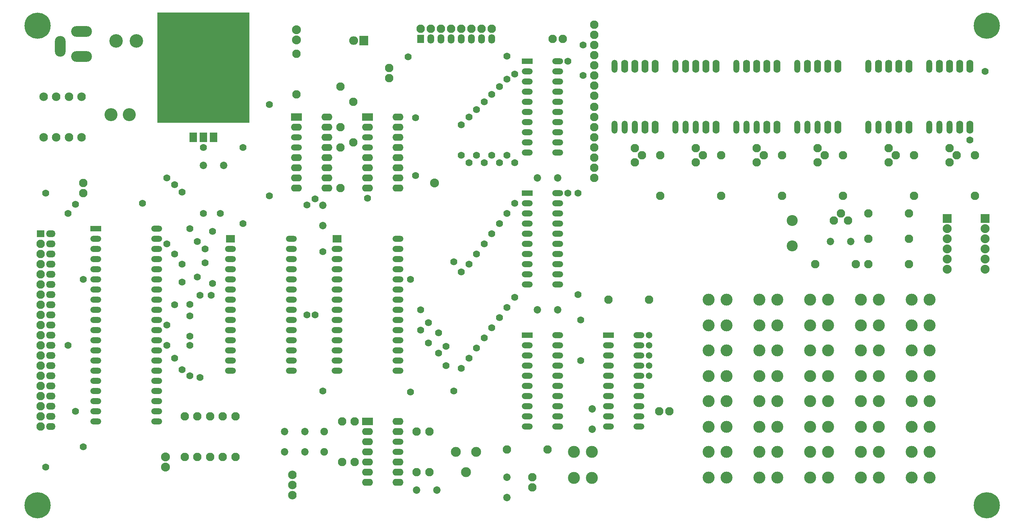
<source format=gbs>
G04 Layer_Color=16711935*
%FSLAX25Y25*%
%MOIN*%
G70*
G01*
G75*
%ADD20C,0.06500*%
%ADD57R,0.91000X1.08500*%
%ADD58O,0.20500X0.10600*%
%ADD59O,0.10600X0.20500*%
%ADD60C,0.08800*%
%ADD61R,0.08800X0.08800*%
%ADD62C,0.18516*%
%ADD63R,0.07800X0.09800*%
%ADD64C,0.07300*%
%ADD65C,0.25800*%
%ADD66C,0.08400*%
%ADD67O,0.08800X0.08400*%
%ADD68R,0.08800X0.09300*%
%ADD69C,0.09800*%
%ADD70C,0.08300*%
%ADD71C,0.12800*%
%ADD72R,0.06800X0.08300*%
%ADD73O,0.06800X0.09300*%
%ADD74R,0.10800X0.05800*%
%ADD75O,0.10800X0.05800*%
%ADD76R,0.08800X0.07300*%
%ADD77O,0.10800X0.06800*%
%ADD78R,0.10800X0.07800*%
%ADD79C,0.10800*%
%ADD80C,0.13300*%
%ADD81O,0.05800X0.12800*%
%ADD82O,0.06800X0.12800*%
%ADD83C,0.11800*%
%ADD84R,0.07800X0.06800*%
%ADD85O,0.09300X0.06800*%
%ADD86C,0.07493*%
%ADD87C,0.07000*%
%ADD88C,0.05800*%
D20*
X1231500Y570000D02*
D03*
Y530000D02*
D03*
Y540000D02*
D03*
Y550000D02*
D03*
Y560000D02*
D03*
D57*
X792500Y833750D02*
D03*
D58*
X672500Y869500D02*
D03*
Y844900D02*
D03*
D59*
X651300Y854700D02*
D03*
D60*
X1562500Y635000D02*
D03*
Y645000D02*
D03*
Y655000D02*
D03*
Y675000D02*
D03*
Y665000D02*
D03*
X1525000D02*
D03*
Y675000D02*
D03*
Y655000D02*
D03*
Y645000D02*
D03*
Y635000D02*
D03*
X755000Y440000D02*
D03*
Y450000D02*
D03*
X884000Y871000D02*
D03*
Y861000D02*
D03*
X1020000Y720000D02*
D03*
D61*
X1562500Y685000D02*
D03*
X1525000D02*
D03*
D62*
X792500Y835000D02*
D03*
D63*
X802500Y765000D02*
D03*
X792500D02*
D03*
X782500D02*
D03*
D64*
X1410000Y662500D02*
D03*
X1430000D02*
D03*
X1002500Y417500D02*
D03*
X1022500D02*
D03*
X892500Y455000D02*
D03*
X872500D02*
D03*
X892500Y475000D02*
D03*
X872500D02*
D03*
X1091500Y430000D02*
D03*
Y410000D02*
D03*
X1175500Y497500D02*
D03*
Y477500D02*
D03*
X1141500Y595000D02*
D03*
X1121500D02*
D03*
X910000Y678000D02*
D03*
Y698000D02*
D03*
X1141500Y725000D02*
D03*
X1121500D02*
D03*
X812500Y737500D02*
D03*
X792500D02*
D03*
D65*
X629000Y402500D02*
D03*
Y875000D02*
D03*
X1564000D02*
D03*
Y402500D02*
D03*
D66*
X635000Y765000D02*
D03*
Y805000D02*
D03*
X660000Y765000D02*
D03*
Y805000D02*
D03*
X647500D02*
D03*
Y765000D02*
D03*
X672500Y805000D02*
D03*
Y765000D02*
D03*
X880000Y412500D02*
D03*
Y422500D02*
D03*
Y432500D02*
D03*
D67*
X940500Y860500D02*
D03*
D68*
X950500D02*
D03*
D69*
X1061000Y455000D02*
D03*
X1041000D02*
D03*
X1051000Y435000D02*
D03*
D70*
X1177500Y795000D02*
D03*
Y785000D02*
D03*
Y775000D02*
D03*
Y725000D02*
D03*
Y735000D02*
D03*
Y745000D02*
D03*
Y755000D02*
D03*
Y765000D02*
D03*
Y876000D02*
D03*
Y866000D02*
D03*
Y856000D02*
D03*
Y806000D02*
D03*
Y816000D02*
D03*
Y826000D02*
D03*
Y836000D02*
D03*
Y846000D02*
D03*
X1191500Y605000D02*
D03*
X1231500D02*
D03*
X1076500Y872000D02*
D03*
X1066500D02*
D03*
X1056500D02*
D03*
X1046500D02*
D03*
X1036500D02*
D03*
X1026500D02*
D03*
X1016500D02*
D03*
X1006500D02*
D03*
X1395000Y640000D02*
D03*
X1435000D02*
D03*
X1447500Y690000D02*
D03*
X1487500D02*
D03*
X1015000Y435000D02*
D03*
Y475000D02*
D03*
X1002500Y435000D02*
D03*
Y475000D02*
D03*
X941500Y445000D02*
D03*
Y485000D02*
D03*
X929000Y445000D02*
D03*
Y485000D02*
D03*
X1131500Y457500D02*
D03*
X1091500D02*
D03*
X884000Y847500D02*
D03*
Y807500D02*
D03*
X1447500Y640000D02*
D03*
X1487500D02*
D03*
X674000Y720000D02*
D03*
Y710000D02*
D03*
X975500Y833500D02*
D03*
Y823500D02*
D03*
X1146500Y862000D02*
D03*
X1136500D02*
D03*
X1116500Y420000D02*
D03*
Y430000D02*
D03*
X1241500Y495000D02*
D03*
X1251500D02*
D03*
X774000Y450000D02*
D03*
Y490000D02*
D03*
X786500Y450000D02*
D03*
Y490000D02*
D03*
X799000Y450000D02*
D03*
Y490000D02*
D03*
X811500Y450000D02*
D03*
Y490000D02*
D03*
X824000Y450000D02*
D03*
Y490000D02*
D03*
X1552500Y707500D02*
D03*
Y747500D02*
D03*
X1534500D02*
D03*
X1527500Y740500D02*
D03*
Y754500D02*
D03*
X1492500Y747500D02*
D03*
Y707500D02*
D03*
X1467500Y754500D02*
D03*
Y740500D02*
D03*
X1474500Y747500D02*
D03*
X1422500D02*
D03*
Y707500D02*
D03*
X1404500Y747500D02*
D03*
X1397500Y740500D02*
D03*
Y754500D02*
D03*
X1362500Y747500D02*
D03*
Y707500D02*
D03*
X1337500Y754500D02*
D03*
Y740500D02*
D03*
X1344500Y747500D02*
D03*
X1302500D02*
D03*
Y707500D02*
D03*
X1284500Y747500D02*
D03*
X1277500Y740500D02*
D03*
Y754500D02*
D03*
X1242500Y747500D02*
D03*
Y707500D02*
D03*
X1217500Y754500D02*
D03*
Y740500D02*
D03*
X1224500Y747500D02*
D03*
X1487500Y665000D02*
D03*
X1447500D02*
D03*
X632000Y660000D02*
D03*
Y650000D02*
D03*
Y640000D02*
D03*
Y630000D02*
D03*
Y620000D02*
D03*
Y610000D02*
D03*
Y600000D02*
D03*
Y590000D02*
D03*
Y580000D02*
D03*
Y570000D02*
D03*
Y560000D02*
D03*
Y550000D02*
D03*
Y540000D02*
D03*
Y530000D02*
D03*
Y520000D02*
D03*
Y510000D02*
D03*
Y500000D02*
D03*
Y490000D02*
D03*
Y480000D02*
D03*
X1413500Y683000D02*
D03*
X1427500D02*
D03*
X1420500Y690000D02*
D03*
X940000Y760000D02*
D03*
Y800000D02*
D03*
X927500Y775000D02*
D03*
Y815000D02*
D03*
Y755000D02*
D03*
Y715000D02*
D03*
D71*
X701500Y787500D02*
D03*
X719500D02*
D03*
D72*
X1006500Y862000D02*
D03*
D73*
X1076500D02*
D03*
X1066500D02*
D03*
X1056500D02*
D03*
X1046500D02*
D03*
X1036500D02*
D03*
X1026500D02*
D03*
X1016500D02*
D03*
D74*
X686500Y675000D02*
D03*
X1111500Y840000D02*
D03*
Y710000D02*
D03*
Y570000D02*
D03*
X1191500D02*
D03*
D75*
X686500Y665000D02*
D03*
Y655000D02*
D03*
Y645000D02*
D03*
Y635000D02*
D03*
Y625000D02*
D03*
Y615000D02*
D03*
Y605000D02*
D03*
Y595000D02*
D03*
Y585000D02*
D03*
Y575000D02*
D03*
Y565000D02*
D03*
Y555000D02*
D03*
Y545000D02*
D03*
Y535000D02*
D03*
Y525000D02*
D03*
Y515000D02*
D03*
Y505000D02*
D03*
Y495000D02*
D03*
Y485000D02*
D03*
X746500D02*
D03*
Y495000D02*
D03*
Y505000D02*
D03*
Y515000D02*
D03*
Y525000D02*
D03*
Y535000D02*
D03*
Y545000D02*
D03*
Y555000D02*
D03*
Y565000D02*
D03*
Y575000D02*
D03*
Y585000D02*
D03*
Y595000D02*
D03*
Y605000D02*
D03*
Y615000D02*
D03*
Y625000D02*
D03*
Y635000D02*
D03*
Y645000D02*
D03*
Y655000D02*
D03*
Y665000D02*
D03*
Y675000D02*
D03*
X879000Y665000D02*
D03*
Y655000D02*
D03*
Y645000D02*
D03*
Y635000D02*
D03*
Y625000D02*
D03*
Y615000D02*
D03*
Y605000D02*
D03*
Y595000D02*
D03*
Y585000D02*
D03*
Y575000D02*
D03*
Y565000D02*
D03*
Y555000D02*
D03*
Y545000D02*
D03*
Y535000D02*
D03*
X819000D02*
D03*
Y545000D02*
D03*
Y555000D02*
D03*
Y565000D02*
D03*
Y575000D02*
D03*
Y585000D02*
D03*
Y595000D02*
D03*
Y605000D02*
D03*
Y615000D02*
D03*
Y625000D02*
D03*
Y635000D02*
D03*
Y645000D02*
D03*
Y655000D02*
D03*
X924000D02*
D03*
Y645000D02*
D03*
Y635000D02*
D03*
Y625000D02*
D03*
Y615000D02*
D03*
Y605000D02*
D03*
Y595000D02*
D03*
Y585000D02*
D03*
Y575000D02*
D03*
Y565000D02*
D03*
Y555000D02*
D03*
Y545000D02*
D03*
Y535000D02*
D03*
X984000D02*
D03*
Y545000D02*
D03*
Y555000D02*
D03*
Y565000D02*
D03*
Y575000D02*
D03*
Y585000D02*
D03*
Y595000D02*
D03*
Y605000D02*
D03*
Y615000D02*
D03*
Y625000D02*
D03*
Y635000D02*
D03*
Y645000D02*
D03*
Y655000D02*
D03*
Y665000D02*
D03*
Y465000D02*
D03*
Y455000D02*
D03*
X884000Y755000D02*
D03*
Y765000D02*
D03*
X954000Y755000D02*
D03*
Y765000D02*
D03*
X1111500Y830000D02*
D03*
Y820000D02*
D03*
Y810000D02*
D03*
Y800000D02*
D03*
Y790000D02*
D03*
Y780000D02*
D03*
Y770000D02*
D03*
Y760000D02*
D03*
Y750000D02*
D03*
X1141500D02*
D03*
Y760000D02*
D03*
Y770000D02*
D03*
Y780000D02*
D03*
Y790000D02*
D03*
Y800000D02*
D03*
Y810000D02*
D03*
Y820000D02*
D03*
Y830000D02*
D03*
Y840000D02*
D03*
X1111500Y700000D02*
D03*
Y690000D02*
D03*
Y680000D02*
D03*
Y670000D02*
D03*
Y660000D02*
D03*
Y650000D02*
D03*
Y640000D02*
D03*
Y630000D02*
D03*
Y620000D02*
D03*
X1141500D02*
D03*
Y630000D02*
D03*
Y640000D02*
D03*
Y650000D02*
D03*
Y660000D02*
D03*
Y670000D02*
D03*
Y680000D02*
D03*
Y690000D02*
D03*
Y700000D02*
D03*
Y710000D02*
D03*
X1111500Y560000D02*
D03*
Y550000D02*
D03*
Y540000D02*
D03*
Y530000D02*
D03*
Y520000D02*
D03*
Y510000D02*
D03*
Y500000D02*
D03*
Y490000D02*
D03*
Y480000D02*
D03*
X1141500D02*
D03*
Y490000D02*
D03*
Y500000D02*
D03*
Y510000D02*
D03*
Y520000D02*
D03*
Y530000D02*
D03*
Y540000D02*
D03*
Y550000D02*
D03*
Y560000D02*
D03*
Y570000D02*
D03*
X1191500Y560000D02*
D03*
Y550000D02*
D03*
Y540000D02*
D03*
Y530000D02*
D03*
Y520000D02*
D03*
Y510000D02*
D03*
Y500000D02*
D03*
Y490000D02*
D03*
Y480000D02*
D03*
X1221500D02*
D03*
Y490000D02*
D03*
Y500000D02*
D03*
Y510000D02*
D03*
Y520000D02*
D03*
Y530000D02*
D03*
Y540000D02*
D03*
Y550000D02*
D03*
Y560000D02*
D03*
Y570000D02*
D03*
D76*
X819000Y665000D02*
D03*
X924000D02*
D03*
D77*
X984000Y485000D02*
D03*
Y475000D02*
D03*
Y445000D02*
D03*
Y435000D02*
D03*
Y425000D02*
D03*
X954000D02*
D03*
Y435000D02*
D03*
Y445000D02*
D03*
Y455000D02*
D03*
Y465000D02*
D03*
Y475000D02*
D03*
X914000Y785000D02*
D03*
Y775000D02*
D03*
Y765000D02*
D03*
Y755000D02*
D03*
Y745000D02*
D03*
Y735000D02*
D03*
Y725000D02*
D03*
Y715000D02*
D03*
X884000D02*
D03*
Y725000D02*
D03*
Y735000D02*
D03*
Y745000D02*
D03*
Y775000D02*
D03*
X984000Y785000D02*
D03*
Y775000D02*
D03*
Y765000D02*
D03*
Y755000D02*
D03*
Y745000D02*
D03*
Y735000D02*
D03*
Y725000D02*
D03*
Y715000D02*
D03*
X954000D02*
D03*
Y725000D02*
D03*
Y735000D02*
D03*
Y745000D02*
D03*
Y775000D02*
D03*
D78*
Y485000D02*
D03*
X884000Y785000D02*
D03*
X954000D02*
D03*
D79*
X1372500Y683000D02*
D03*
Y658000D02*
D03*
D80*
X706500Y860000D02*
D03*
X726500D02*
D03*
D81*
X1197500Y835000D02*
D03*
X1217500Y775000D02*
D03*
X1207500D02*
D03*
X1197500D02*
D03*
X1257500D02*
D03*
X1267500D02*
D03*
X1277500D02*
D03*
X1257500Y835000D02*
D03*
X1317500D02*
D03*
X1337500Y775000D02*
D03*
X1327500D02*
D03*
X1317500D02*
D03*
X1377500D02*
D03*
X1387500D02*
D03*
X1397500D02*
D03*
X1377500Y835000D02*
D03*
X1447500D02*
D03*
X1467500Y775000D02*
D03*
X1457500D02*
D03*
X1447500D02*
D03*
X1507500D02*
D03*
X1517500D02*
D03*
X1527500D02*
D03*
X1507500Y835000D02*
D03*
D82*
X1207500D02*
D03*
X1217500D02*
D03*
X1227500D02*
D03*
X1237500D02*
D03*
Y775000D02*
D03*
X1227500D02*
D03*
X1287500D02*
D03*
X1297500D02*
D03*
Y835000D02*
D03*
X1287500D02*
D03*
X1277500D02*
D03*
X1267500D02*
D03*
X1327500D02*
D03*
X1337500D02*
D03*
X1347500D02*
D03*
X1357500D02*
D03*
Y775000D02*
D03*
X1347500D02*
D03*
X1407500D02*
D03*
X1417500D02*
D03*
Y835000D02*
D03*
X1407500D02*
D03*
X1397500D02*
D03*
X1387500D02*
D03*
X1457500D02*
D03*
X1467500D02*
D03*
X1477500D02*
D03*
X1487500D02*
D03*
Y775000D02*
D03*
X1477500D02*
D03*
X1537500D02*
D03*
X1547500D02*
D03*
Y835000D02*
D03*
X1537500D02*
D03*
X1527500D02*
D03*
X1517500D02*
D03*
D83*
X1340150Y579700D02*
D03*
X1357850Y605300D02*
D03*
X1340150D02*
D03*
X1357850Y579700D02*
D03*
X1407850D02*
D03*
X1390150Y605300D02*
D03*
X1407850D02*
D03*
X1390150Y579700D02*
D03*
X1440150D02*
D03*
X1457850Y605300D02*
D03*
X1440150D02*
D03*
X1457850Y579700D02*
D03*
X1507850D02*
D03*
X1490150Y605300D02*
D03*
X1507850D02*
D03*
X1490150Y579700D02*
D03*
X1340150Y529700D02*
D03*
X1357850Y555300D02*
D03*
X1340150D02*
D03*
X1357850Y529700D02*
D03*
X1407850D02*
D03*
X1390150Y555300D02*
D03*
X1407850D02*
D03*
X1390150Y529700D02*
D03*
X1440150D02*
D03*
X1457850Y555300D02*
D03*
X1440150D02*
D03*
X1457850Y529700D02*
D03*
X1507850D02*
D03*
X1490150Y555300D02*
D03*
X1507850D02*
D03*
X1490150Y529700D02*
D03*
X1340150Y479700D02*
D03*
X1357850Y505300D02*
D03*
X1340150D02*
D03*
X1357850Y479700D02*
D03*
X1407850D02*
D03*
X1390150Y505300D02*
D03*
X1407850D02*
D03*
X1390150Y479700D02*
D03*
X1440150D02*
D03*
X1457850Y505300D02*
D03*
X1440150D02*
D03*
X1457850Y479700D02*
D03*
X1507850D02*
D03*
X1490150Y505300D02*
D03*
X1507850D02*
D03*
X1490150Y479700D02*
D03*
X1340150Y429700D02*
D03*
X1357850Y455300D02*
D03*
X1340150D02*
D03*
X1357850Y429700D02*
D03*
X1407850D02*
D03*
X1390150Y455300D02*
D03*
X1407850D02*
D03*
X1390150Y429700D02*
D03*
X1440150D02*
D03*
X1457850Y455300D02*
D03*
X1440150D02*
D03*
X1457850Y429700D02*
D03*
X1507850D02*
D03*
X1490150Y455300D02*
D03*
X1507850D02*
D03*
X1490150Y429700D02*
D03*
X1290150Y579700D02*
D03*
X1307850Y605300D02*
D03*
X1290150D02*
D03*
X1307850Y579700D02*
D03*
Y529700D02*
D03*
X1290150Y555300D02*
D03*
X1307850D02*
D03*
X1290150Y529700D02*
D03*
Y479700D02*
D03*
X1307850Y505300D02*
D03*
X1290150D02*
D03*
X1307850Y479700D02*
D03*
Y429700D02*
D03*
X1290150Y455300D02*
D03*
X1307850D02*
D03*
X1290150Y429700D02*
D03*
X1157500Y429400D02*
D03*
X1175200Y455000D02*
D03*
X1157500D02*
D03*
X1175200Y429400D02*
D03*
D84*
X632000Y670000D02*
D03*
D85*
X642000D02*
D03*
Y660000D02*
D03*
Y650000D02*
D03*
Y640000D02*
D03*
Y630000D02*
D03*
Y620000D02*
D03*
Y610000D02*
D03*
Y600000D02*
D03*
Y590000D02*
D03*
Y580000D02*
D03*
Y570000D02*
D03*
Y560000D02*
D03*
Y550000D02*
D03*
Y540000D02*
D03*
Y530000D02*
D03*
Y520000D02*
D03*
Y510000D02*
D03*
Y500000D02*
D03*
Y490000D02*
D03*
Y480000D02*
D03*
D86*
X911500Y455000D02*
D03*
Y475000D02*
D03*
D87*
X792500Y690000D02*
D03*
Y755000D02*
D03*
X786500Y662500D02*
D03*
X994000Y844500D02*
D03*
X1091500Y845000D02*
D03*
X1547500Y762500D02*
D03*
X666500Y495000D02*
D03*
X659000Y560000D02*
D03*
Y690000D02*
D03*
X674000Y625000D02*
D03*
Y460000D02*
D03*
X764000Y650000D02*
D03*
Y600000D02*
D03*
Y547500D02*
D03*
X756500Y660000D02*
D03*
Y580000D02*
D03*
Y560000D02*
D03*
X789000Y609500D02*
D03*
Y528500D02*
D03*
X794000Y641500D02*
D03*
Y655000D02*
D03*
X786500Y627500D02*
D03*
X779000Y675000D02*
D03*
Y600500D02*
D03*
Y560000D02*
D03*
Y530000D02*
D03*
Y589000D02*
D03*
Y569000D02*
D03*
X771500Y640000D02*
D03*
Y622500D02*
D03*
Y536000D02*
D03*
X831500Y755000D02*
D03*
Y680000D02*
D03*
X809000Y690000D02*
D03*
X801500Y672500D02*
D03*
Y621000D02*
D03*
X894500Y590000D02*
D03*
Y698500D02*
D03*
X954000Y705000D02*
D03*
X1014000Y582500D02*
D03*
Y562500D02*
D03*
X1006500Y575000D02*
D03*
Y595000D02*
D03*
X1001500Y727500D02*
D03*
Y784500D02*
D03*
X996500Y625000D02*
D03*
Y514000D02*
D03*
X1039000Y515000D02*
D03*
Y642500D02*
D03*
X1046500Y537500D02*
D03*
Y632500D02*
D03*
Y777500D02*
D03*
Y747500D02*
D03*
X1054000Y785000D02*
D03*
Y740000D02*
D03*
Y547500D02*
D03*
Y640000D02*
D03*
X1031500Y540000D02*
D03*
Y559000D02*
D03*
X1024000Y572500D02*
D03*
Y552500D02*
D03*
X1084000Y815000D02*
D03*
Y587500D02*
D03*
Y680000D02*
D03*
Y740000D02*
D03*
X1069000Y567500D02*
D03*
Y660000D02*
D03*
Y740000D02*
D03*
Y800000D02*
D03*
X1076500Y807500D02*
D03*
Y577500D02*
D03*
Y670000D02*
D03*
Y747500D02*
D03*
X1061500Y557500D02*
D03*
Y650000D02*
D03*
Y747500D02*
D03*
Y792500D02*
D03*
X1099000Y607500D02*
D03*
Y700000D02*
D03*
Y740000D02*
D03*
Y827500D02*
D03*
X1091500Y597500D02*
D03*
Y690000D02*
D03*
Y747500D02*
D03*
Y822500D02*
D03*
X1151500Y710000D02*
D03*
Y840000D02*
D03*
X1161500Y710000D02*
D03*
X1166500Y826000D02*
D03*
Y856000D02*
D03*
X1562500Y830000D02*
D03*
X1164000Y585000D02*
D03*
Y545000D02*
D03*
X902500Y704500D02*
D03*
Y590000D02*
D03*
X910000Y652500D02*
D03*
Y515000D02*
D03*
X800000Y609500D02*
D03*
X1161500Y610000D02*
D03*
X756500Y725000D02*
D03*
X764000Y718500D02*
D03*
X771500Y711000D02*
D03*
X666500Y699000D02*
D03*
X732500Y700000D02*
D03*
X857500Y707500D02*
D03*
Y797500D02*
D03*
X637000Y710000D02*
D03*
Y440000D02*
D03*
D88*
X832500Y880500D02*
D03*
X752500D02*
D03*
X762500D02*
D03*
X772500D02*
D03*
X782500D02*
D03*
X792500D02*
D03*
X802500D02*
D03*
X812500D02*
D03*
X822500D02*
D03*
X832500Y870500D02*
D03*
X752500D02*
D03*
X762500D02*
D03*
X772500D02*
D03*
X782500D02*
D03*
X792500D02*
D03*
X802500D02*
D03*
X812500D02*
D03*
X822500D02*
D03*
X832500Y860500D02*
D03*
Y850500D02*
D03*
Y840500D02*
D03*
Y830500D02*
D03*
Y820500D02*
D03*
Y810500D02*
D03*
Y800500D02*
D03*
Y790500D02*
D03*
X752500Y860500D02*
D03*
Y850500D02*
D03*
Y840500D02*
D03*
Y830500D02*
D03*
Y820500D02*
D03*
Y810500D02*
D03*
Y800500D02*
D03*
Y790500D02*
D03*
X804500Y827500D02*
D03*
Y842500D02*
D03*
X780500Y827500D02*
D03*
X781000Y842500D02*
D03*
X792500Y820500D02*
D03*
X762500Y790500D02*
D03*
Y800500D02*
D03*
Y810500D02*
D03*
Y820500D02*
D03*
Y830500D02*
D03*
Y840500D02*
D03*
Y850500D02*
D03*
Y860500D02*
D03*
X772500D02*
D03*
X782500D02*
D03*
X792500D02*
D03*
X802500D02*
D03*
X812500D02*
D03*
X822500D02*
D03*
Y850500D02*
D03*
Y840500D02*
D03*
Y830500D02*
D03*
Y820500D02*
D03*
Y810500D02*
D03*
Y790500D02*
D03*
Y800500D02*
D03*
X812500D02*
D03*
Y790500D02*
D03*
X802500D02*
D03*
X792500D02*
D03*
X782500D02*
D03*
X772500D02*
D03*
Y800500D02*
D03*
X782500D02*
D03*
X792500D02*
D03*
X802500D02*
D03*
X812500Y830500D02*
D03*
Y840500D02*
D03*
Y850500D02*
D03*
X802500D02*
D03*
X792500D02*
D03*
X782500D02*
D03*
X772500D02*
D03*
Y840500D02*
D03*
Y830500D02*
D03*
Y820500D02*
D03*
Y810500D02*
D03*
X812500D02*
D03*
Y820500D02*
D03*
X802500D02*
D03*
Y810500D02*
D03*
X792500D02*
D03*
X782500D02*
D03*
Y820500D02*
D03*
M02*

</source>
